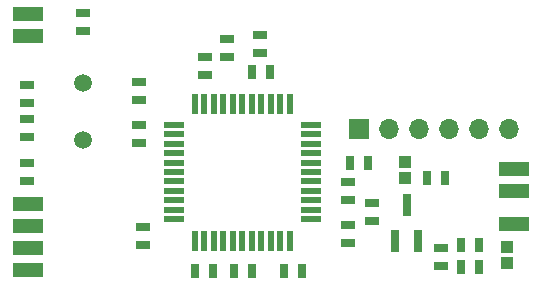
<source format=gts>
G04 #@! TF.FileFunction,Soldermask,Top*
%FSLAX46Y46*%
G04 Gerber Fmt 4.6, Leading zero omitted, Abs format (unit mm)*
G04 Created by KiCad (PCBNEW 4.0.7+dfsg1-1) date Sun Apr 22 11:59:24 2018*
%MOMM*%
%LPD*%
G01*
G04 APERTURE LIST*
%ADD10C,0.100000*%
%ADD11R,1.143000X0.635000*%
%ADD12R,0.635000X1.143000*%
%ADD13R,0.800000X1.900000*%
%ADD14C,1.500000*%
%ADD15R,2.500000X1.250000*%
%ADD16R,0.550000X1.700000*%
%ADD17R,1.700000X0.550000*%
%ADD18R,1.700000X1.700000*%
%ADD19O,1.700000X1.700000*%
%ADD20R,1.000000X1.000000*%
G04 APERTURE END LIST*
D10*
D11*
X18990000Y-15422000D03*
X18990000Y-13898000D03*
D12*
X36008000Y-35780000D03*
X37532000Y-35780000D03*
D11*
X24120000Y-32008000D03*
X24120000Y-33532000D03*
X41460000Y-28228000D03*
X41460000Y-29752000D03*
X14280000Y-24432000D03*
X14280000Y-22908000D03*
X14270000Y-19978000D03*
X14270000Y-21502000D03*
D12*
X33338000Y-18900000D03*
X34862000Y-18900000D03*
X52552000Y-35390000D03*
X51028000Y-35390000D03*
D13*
X45470000Y-33180000D03*
X47370000Y-33180000D03*
X46420000Y-30180000D03*
D12*
X28508000Y-35790000D03*
X30032000Y-35790000D03*
X33312000Y-35790000D03*
X31788000Y-35790000D03*
D11*
X34050000Y-17292000D03*
X34050000Y-15768000D03*
X29330000Y-19152000D03*
X29330000Y-17628000D03*
X31200000Y-17622000D03*
X31200000Y-16098000D03*
X14290000Y-28112000D03*
X14290000Y-26588000D03*
X23760000Y-24942000D03*
X23760000Y-23418000D03*
X23760000Y-21292000D03*
X23760000Y-19768000D03*
X43460000Y-30018000D03*
X43460000Y-31542000D03*
X41450000Y-31878000D03*
X41450000Y-33402000D03*
X49350000Y-33788000D03*
X49350000Y-35312000D03*
D12*
X52552000Y-33550000D03*
X51028000Y-33550000D03*
X43122000Y-26570000D03*
X41598000Y-26570000D03*
X48148000Y-27850000D03*
X49672000Y-27850000D03*
D14*
X19030000Y-24680000D03*
X19030000Y-19800000D03*
D15*
X14340000Y-15840000D03*
X55550000Y-31790000D03*
X55550000Y-27080000D03*
X55550000Y-29000000D03*
X14350000Y-30090000D03*
X14350000Y-33810000D03*
X14350000Y-31950000D03*
X14350000Y-35690000D03*
X14340000Y-14000000D03*
D16*
X28510000Y-33170000D03*
X29310000Y-33170000D03*
X30110000Y-33170000D03*
X30910000Y-33170000D03*
X31710000Y-33170000D03*
X32510000Y-33170000D03*
X33310000Y-33170000D03*
X34110000Y-33170000D03*
X34910000Y-33170000D03*
X35710000Y-33170000D03*
X36510000Y-33170000D03*
D17*
X38310000Y-31370000D03*
X38310000Y-30570000D03*
X38310000Y-29770000D03*
X38310000Y-28970000D03*
X38310000Y-28170000D03*
X38310000Y-27370000D03*
X38310000Y-26570000D03*
X38310000Y-25770000D03*
X38310000Y-24970000D03*
X38310000Y-24170000D03*
X38310000Y-23370000D03*
D16*
X36510000Y-21570000D03*
X35710000Y-21570000D03*
X34910000Y-21570000D03*
X34110000Y-21570000D03*
X33310000Y-21570000D03*
X32510000Y-21570000D03*
X31710000Y-21570000D03*
X30910000Y-21570000D03*
X30110000Y-21570000D03*
X29310000Y-21570000D03*
X28510000Y-21570000D03*
D17*
X26710000Y-23370000D03*
X26710000Y-24170000D03*
X26710000Y-24970000D03*
X26710000Y-25770000D03*
X26710000Y-26570000D03*
X26710000Y-27370000D03*
X26710000Y-28170000D03*
X26710000Y-28970000D03*
X26710000Y-29770000D03*
X26710000Y-30570000D03*
X26710000Y-31370000D03*
D18*
X42350000Y-23690000D03*
D19*
X44890000Y-23690000D03*
X47430000Y-23690000D03*
X49970000Y-23690000D03*
X52510000Y-23690000D03*
X55050000Y-23690000D03*
D20*
X46300000Y-26550000D03*
X46300000Y-27850000D03*
X54910000Y-33750000D03*
X54910000Y-35050000D03*
M02*

</source>
